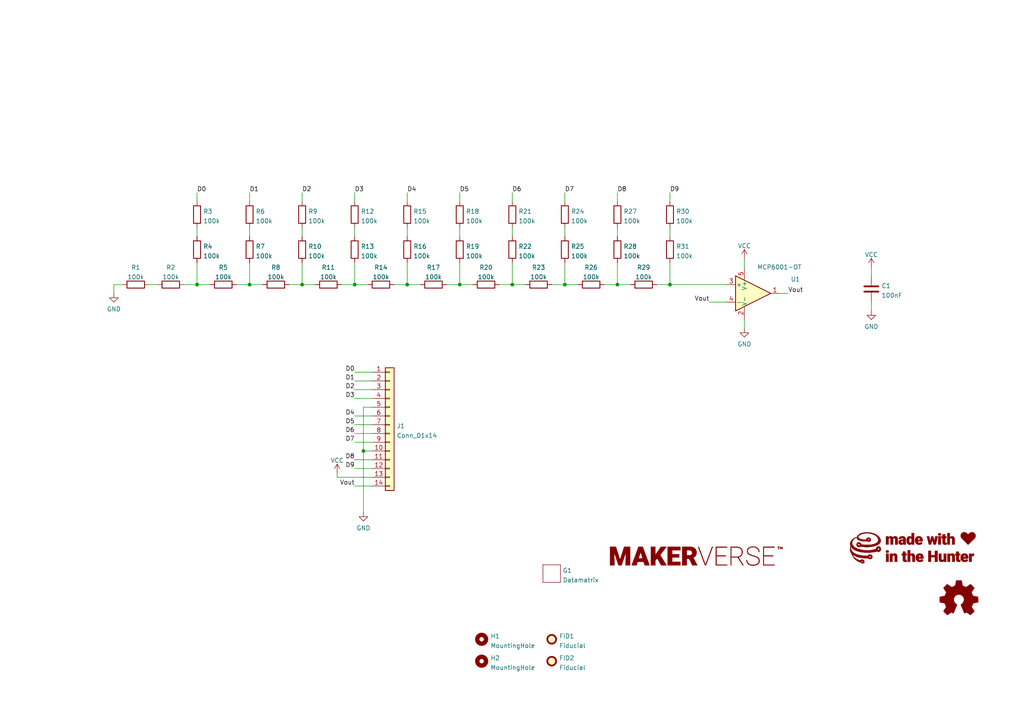
<source format=kicad_sch>
(kicad_sch (version 20211123) (generator eeschema)
  (paper "A4")
  (title_block (title "Makerverse R2R DAC 10 Bit") (date "2022-06-03") (rev "10") (comment 1 "Designed at Core Electronics by Brenton Schulz") (comment 2 "Makerverse and the makerverse logo are trademarks of Core Electronics Pty Ltd.") (comment 3 "License: CCASAv4.0 https://creativecommons.org/licenses/by-sa/4.0/"))
  (lib_symbols
    (symbol "Amplifier_Operational:MCP6001-OT" (pin_names (offset 0.127))
      (property "Reference" "U" (at -1.27 6.35 0))
      (property "Value" "MCP6001-OT" (at -1.27 3.81 0))
      (symbol "MCP6001-OT_0_1"
        (pin power_in line (at -2.54 -7.62 90) (length 3.81) (name "V-") (number "2"))
        (pin power_in line (at -2.54 7.62 270) (length 3.81) (name "V+") (number "5"))
      )
      (symbol "MCP6001-OT_1_1"
        (pin output line (at 7.62 0 180) (length 2.54) (name "~") (number "1"))
        (pin input line (at -7.62 2.54 0) (length 2.54) (name "+") (number "3"))
        (pin input line (at -7.62 -2.54 0) (length 2.54) (name "-") (number "4"))
      )
    )
    (symbol "Connector_Generic:Conn_01x14" (pin_names (offset 1.016) hide)
      (property "Reference" "J" (at 0 17.78 0))
      (property "Value" "Conn_01x14" (at 0 -20.32 0))
      (symbol "Conn_01x14_1_1"
        (pin passive line (at -5.08 15.24 0) (length 3.81) (name "Pin_1") (number "1"))
        (pin passive line (at -5.08 -7.62 0) (length 3.81) (name "Pin_10") (number "10"))
        (pin passive line (at -5.08 -10.16 0) (length 3.81) (name "Pin_11") (number "11"))
        (pin passive line (at -5.08 -12.7 0) (length 3.81) (name "Pin_12") (number "12"))
        (pin passive line (at -5.08 -15.24 0) (length 3.81) (name "Pin_13") (number "13"))
        (pin passive line (at -5.08 -17.78 0) (length 3.81) (name "Pin_14") (number "14"))
        (pin passive line (at -5.08 12.7 0) (length 3.81) (name "Pin_2") (number "2"))
        (pin passive line (at -5.08 10.16 0) (length 3.81) (name "Pin_3") (number "3"))
        (pin passive line (at -5.08 7.62 0) (length 3.81) (name "Pin_4") (number "4"))
        (pin passive line (at -5.08 5.08 0) (length 3.81) (name "Pin_5") (number "5"))
        (pin passive line (at -5.08 2.54 0) (length 3.81) (name "Pin_6") (number "6"))
        (pin passive line (at -5.08 0 0) (length 3.81) (name "Pin_7") (number "7"))
        (pin passive line (at -5.08 -2.54 0) (length 3.81) (name "Pin_8") (number "8"))
        (pin passive line (at -5.08 -5.08 0) (length 3.81) (name "Pin_9") (number "9"))
      )
    )
    (symbol "CoreElectronics_Artwork:LOGO_CoreElectronics_made-with-love" (pin_names (offset 1.016)))
    (symbol "CoreElectronics_Artwork:LOGO_Makerverse" (pin_names (offset 1.016)))
    (symbol "CoreElectronics_Artwork:Label_PCB_Art" (pin_names (offset 1.016))
      (property "Reference" "G" (at 0 0 0))
      (property "Value" "Label_PCB_Art" (at 0 0 0))
    )
    (symbol "Device:C" (pin_numbers hide) (pin_names (offset 0.254))
      (property "Reference" "C" (at 0.635 2.54 0))
      (property "Value" "C" (at 0.635 -2.54 0))
      (symbol "C_1_1"
        (pin passive line (at 0 3.81 270) (length 2.794) (name "~") (number "1"))
        (pin passive line (at 0 -3.81 90) (length 2.794) (name "~") (number "2"))
      )
    )
    (symbol "Device:R" (pin_numbers hide) (pin_names (offset 0))
      (property "Reference" "R" (at 2.032 0 90))
      (property "Value" "R" (at 0 0 90))
      (symbol "R_1_1"
        (pin passive line (at 0 3.81 270) (length 1.27) (name "~") (number "1"))
        (pin passive line (at 0 -3.81 90) (length 1.27) (name "~") (number "2"))
      )
    )
    (symbol "Graphic:Logo_Open_Hardware_Small" (pin_names (offset 1.016)))
    (symbol "Mechanical:Fiducial"
      (property "Reference" "FID" (at 0 5.08 0))
      (property "Value" "Fiducial" (at 0 3.175 0))
    )
    (symbol "Mechanical:MountingHole" (pin_names (offset 1.016))
      (property "Reference" "H" (at 0 5.08 0))
      (property "Value" "MountingHole" (at 0 3.175 0))
    )
    (symbol "power:GND" (power) (pin_names (offset 0))
      (property "Value" "GND" (at 0 -3.81 0))
      (symbol "GND_1_1"
        (pin power_in line (at 0 0 270) (length 0) hide (name "GND") (number "1"))
      )
    )
    (symbol "power:VCC" (power) (pin_names (offset 0))
      (property "Value" "VCC" (at 0 3.81 0))
      (symbol "VCC_1_1"
        (pin power_in line (at 0 0 90) (length 0) hide (name "VCC") (number "1"))
      )
    )
  )
  (junction (at 194.31 82.55))
  (junction (at 163.83 82.55))
  (junction (at 133.35 82.55))
  (junction (at 57.15 82.55))
  (junction (at 118.11 82.55))
  (junction (at 87.63 82.55))
  (junction (at 72.39 82.55))
  (junction (at 102.87 82.55))
  (junction (at 179.07 82.55))
  (junction (at 105.41 130.81))
  (junction (at 148.59 82.55))
  (wire (pts (xy 33.02 85.09) (xy 33.02 82.55)))
  (wire (pts (xy 148.59 76.2) (xy 148.59 82.55)))
  (wire (pts (xy 87.63 55.88) (xy 87.63 58.42)))
  (wire (pts (xy 102.87 125.73) (xy 107.95 125.73)))
  (wire (pts (xy 252.73 77.47) (xy 252.73 80.01)))
  (wire (pts (xy 102.87 107.95) (xy 107.95 107.95)))
  (wire (pts (xy 102.87 76.2) (xy 102.87 82.55)))
  (wire (pts (xy 107.95 118.11) (xy 105.41 118.11)))
  (wire (pts (xy 99.06 82.55) (xy 102.87 82.55)))
  (wire (pts (xy 163.83 82.55) (xy 167.64 82.55)))
  (wire (pts (xy 72.39 82.55) (xy 76.2 82.55)))
  (wire (pts (xy 215.9 92.71) (xy 215.9 95.25)))
  (wire (pts (xy 87.63 66.04) (xy 87.63 68.58)))
  (wire (pts (xy 163.83 66.04) (xy 163.83 68.58)))
  (wire (pts (xy 107.95 138.43) (xy 97.79 138.43)))
  (wire (pts (xy 83.82 82.55) (xy 87.63 82.55)))
  (wire (pts (xy 105.41 130.81) (xy 107.95 130.81)))
  (wire (pts (xy 105.41 130.81) (xy 105.41 148.59)))
  (wire (pts (xy 102.87 140.97) (xy 107.95 140.97)))
  (wire (pts (xy 133.35 66.04) (xy 133.35 68.58)))
  (wire (pts (xy 118.11 55.88) (xy 118.11 58.42)))
  (wire (pts (xy 148.59 82.55) (xy 152.4 82.55)))
  (wire (pts (xy 102.87 82.55) (xy 106.68 82.55)))
  (wire (pts (xy 102.87 55.88) (xy 102.87 58.42)))
  (wire (pts (xy 97.79 138.43) (xy 97.79 137.16)))
  (wire (pts (xy 144.78 82.55) (xy 148.59 82.55)))
  (wire (pts (xy 194.31 82.55) (xy 210.82 82.55)))
  (wire (pts (xy 68.58 82.55) (xy 72.39 82.55)))
  (wire (pts (xy 87.63 82.55) (xy 91.44 82.55)))
  (wire (pts (xy 57.15 66.04) (xy 57.15 68.58)))
  (wire (pts (xy 114.3 82.55) (xy 118.11 82.55)))
  (wire (pts (xy 57.15 76.2) (xy 57.15 82.55)))
  (wire (pts (xy 194.31 55.88) (xy 194.31 58.42)))
  (wire (pts (xy 102.87 128.27) (xy 107.95 128.27)))
  (wire (pts (xy 102.87 135.89) (xy 107.95 135.89)))
  (wire (pts (xy 194.31 76.2) (xy 194.31 82.55)))
  (wire (pts (xy 179.07 66.04) (xy 179.07 68.58)))
  (wire (pts (xy 179.07 82.55) (xy 182.88 82.55)))
  (wire (pts (xy 179.07 76.2) (xy 179.07 82.55)))
  (wire (pts (xy 105.41 118.11) (xy 105.41 130.81)))
  (wire (pts (xy 53.34 82.55) (xy 57.15 82.55)))
  (wire (pts (xy 57.15 55.88) (xy 57.15 58.42)))
  (wire (pts (xy 102.87 110.49) (xy 107.95 110.49)))
  (wire (pts (xy 133.35 55.88) (xy 133.35 58.42)))
  (wire (pts (xy 215.9 74.93) (xy 215.9 77.47)))
  (wire (pts (xy 118.11 66.04) (xy 118.11 68.58)))
  (wire (pts (xy 72.39 66.04) (xy 72.39 68.58)))
  (wire (pts (xy 102.87 115.57) (xy 107.95 115.57)))
  (wire (pts (xy 129.54 82.55) (xy 133.35 82.55)))
  (wire (pts (xy 190.5 82.55) (xy 194.31 82.55)))
  (wire (pts (xy 102.87 123.19) (xy 107.95 123.19)))
  (wire (pts (xy 163.83 76.2) (xy 163.83 82.55)))
  (wire (pts (xy 252.73 87.63) (xy 252.73 90.17)))
  (wire (pts (xy 43.18 82.55) (xy 45.72 82.55)))
  (wire (pts (xy 72.39 55.88) (xy 72.39 58.42)))
  (wire (pts (xy 102.87 113.03) (xy 107.95 113.03)))
  (wire (pts (xy 210.82 87.63) (xy 205.74 87.63)))
  (wire (pts (xy 87.63 76.2) (xy 87.63 82.55)))
  (wire (pts (xy 179.07 55.88) (xy 179.07 58.42)))
  (wire (pts (xy 133.35 76.2) (xy 133.35 82.55)))
  (wire (pts (xy 57.15 82.55) (xy 60.96 82.55)))
  (wire (pts (xy 102.87 120.65) (xy 107.95 120.65)))
  (wire (pts (xy 194.31 66.04) (xy 194.31 68.58)))
  (wire (pts (xy 160.02 82.55) (xy 163.83 82.55)))
  (wire (pts (xy 33.02 82.55) (xy 35.56 82.55)))
  (wire (pts (xy 118.11 76.2) (xy 118.11 82.55)))
  (wire (pts (xy 226.06 85.09) (xy 228.6 85.09)))
  (wire (pts (xy 133.35 82.55) (xy 137.16 82.55)))
  (wire (pts (xy 148.59 66.04) (xy 148.59 68.58)))
  (wire (pts (xy 118.11 82.55) (xy 121.92 82.55)))
  (wire (pts (xy 102.87 133.35) (xy 107.95 133.35)))
  (wire (pts (xy 148.59 55.88) (xy 148.59 58.42)))
  (wire (pts (xy 163.83 55.88) (xy 163.83 58.42)))
  (wire (pts (xy 175.26 82.55) (xy 179.07 82.55)))
  (wire (pts (xy 72.39 76.2) (xy 72.39 82.55)))
  (wire (pts (xy 102.87 66.04) (xy 102.87 68.58)))
  (label "D1" (at 72.39 55.88 0))
  (label "Vout" (at 228.6 85.09 0))
  (label "D0" (at 57.15 55.88 0))
  (label "D9" (at 194.31 55.88 0))
  (label "D0" (at 102.87 107.95 180))
  (label "D7" (at 102.87 128.27 180))
  (label "Vout" (at 205.74 87.63 180))
  (label "D2" (at 102.87 113.03 180))
  (label "D4" (at 102.87 120.65 180))
  (label "D9" (at 102.87 135.89 180))
  (label "Vout" (at 102.87 140.97 180))
  (label "D5" (at 102.87 123.19 180))
  (label "D7" (at 163.83 55.88 0))
  (label "D4" (at 118.11 55.88 0))
  (label "D6" (at 148.59 55.88 0))
  (label "D3" (at 102.87 55.88 0))
  (label "D2" (at 87.63 55.88 0))
  (label "D6" (at 102.87 125.73 180))
  (label "D5" (at 133.35 55.88 0))
  (label "D1" (at 102.87 110.49 180))
  (label "D8" (at 102.87 133.35 180))
  (label "D3" (at 102.87 115.57 180))
  (label "D8" (at 179.07 55.88 0))
  (symbol (lib_id "power:GND") (at 215.9 95.25 0) (unit 1)
    (property "Reference" "#PWR0104" (effects hide))
    (property "Value" "GND" (at 215.9 99.8125 0))
  )
  (symbol (lib_id "Device:R") (at 171.45 82.55 90) (unit 1)
    (property "Reference" "R26" (at 171.45 77.5675 90))
    (property "Value" "100k" (at 171.45 80.3426 90))
    (property "Footprint" "Resistor_SMD:R_0603_1608Metric" (effects hide))
  )
  (symbol (lib_id "Device:R") (at 72.39 62.23 180) (unit 1)
    (property "Reference" "R6" (at 74.168 61.3215 0) (effects (justify right)))
    (property "Value" "100k" (at 74.168 64.0966 0) (effects (justify right)))
    (property "Footprint" "Resistor_SMD:R_0603_1608Metric" (effects hide))
  )
  (symbol (lib_id "Device:R") (at 39.37 82.55 90) (unit 1)
    (property "Reference" "R1" (at 39.37 77.5675 90))
    (property "Value" "100k" (at 39.37 80.3426 90))
    (property "Footprint" "Resistor_SMD:R_0603_1608Metric" (effects hide))
  )
  (symbol (lib_id "Device:R") (at 194.31 72.39 180) (unit 1)
    (property "Reference" "R31" (at 196.088 71.4815 0) (effects (justify right)))
    (property "Value" "100k" (at 196.088 74.2566 0) (effects (justify right)))
    (property "Footprint" "Resistor_SMD:R_0603_1608Metric" (effects hide))
  )
  (symbol (lib_id "Device:R") (at 194.31 62.23 180) (unit 1)
    (property "Reference" "R30" (at 196.088 61.3215 0) (effects (justify right)))
    (property "Value" "100k" (at 196.088 64.0966 0) (effects (justify right)))
    (property "Footprint" "Resistor_SMD:R_0603_1608Metric" (effects hide))
  )
  (symbol (lib_id "Device:R") (at 110.49 82.55 90) (unit 1)
    (property "Reference" "R14" (at 110.49 77.5675 90))
    (property "Value" "100k" (at 110.49 80.3426 90))
    (property "Footprint" "Resistor_SMD:R_0603_1608Metric" (effects hide))
  )
  (symbol (lib_id "Device:R") (at 49.53 82.55 90) (unit 1)
    (property "Reference" "R2" (at 49.53 77.5675 90))
    (property "Value" "100k" (at 49.53 80.3426 90))
    (property "Footprint" "Resistor_SMD:R_0603_1608Metric" (effects hide))
  )
  (symbol (lib_id "Device:R") (at 163.83 62.23 180) (unit 1)
    (property "Reference" "R24" (at 165.608 61.3215 0) (effects (justify right)))
    (property "Value" "100k" (at 165.608 64.0966 0) (effects (justify right)))
    (property "Footprint" "Resistor_SMD:R_0603_1608Metric" (effects hide))
  )
  (symbol (lib_id "Device:R") (at 118.11 72.39 180) (unit 1)
    (property "Reference" "R16" (at 119.888 71.4815 0) (effects (justify right)))
    (property "Value" "100k" (at 119.888 74.2566 0) (effects (justify right)))
    (property "Footprint" "Resistor_SMD:R_0603_1608Metric" (effects hide))
  )
  (symbol (lib_id "power:VCC") (at 97.79 137.16 0) (unit 1)
    (property "Reference" "#PWR0102" (effects hide))
    (property "Value" "VCC" (at 97.79 133.5555 0))
  )
  (symbol (lib_id "Device:R") (at 179.07 62.23 180) (unit 1)
    (property "Reference" "R27" (at 180.848 61.3215 0) (effects (justify right)))
    (property "Value" "100k" (at 180.848 64.0966 0) (effects (justify right)))
    (property "Footprint" "Resistor_SMD:R_0603_1608Metric" (effects hide))
  )
  (symbol (lib_id "Device:R") (at 102.87 62.23 180) (unit 1)
    (property "Reference" "R12" (at 104.648 61.3215 0) (effects (justify right)))
    (property "Value" "100k" (at 104.648 64.0966 0) (effects (justify right)))
    (property "Footprint" "Resistor_SMD:R_0603_1608Metric" (effects hide))
  )
  (symbol (lib_id "Device:R") (at 133.35 62.23 180) (unit 1)
    (property "Reference" "R18" (at 135.128 61.3215 0) (effects (justify right)))
    (property "Value" "100k" (at 135.128 64.0966 0) (effects (justify right)))
    (property "Footprint" "Resistor_SMD:R_0603_1608Metric" (effects hide))
  )
  (symbol (lib_id "Mechanical:MountingHole") (at 139.7 191.77 0) (unit 1)
    (property "Reference" "H2" (at 142.24 190.8615 0) (effects (justify left)))
    (property "Value" "MountingHole" (at 142.24 193.6366 0) (effects (justify left)))
    (property "Footprint" "MountingHole:MountingHole_3.2mm_M3" (effects hide))
  )
  (symbol (lib_id "Mechanical:Fiducial") (at 160.02 191.77 0) (unit 1)
    (property "Reference" "FID2" (at 162.179 190.8615 0) (effects (justify left)))
    (property "Value" "Fiducial" (at 162.179 193.6366 0) (effects (justify left)))
    (property "Footprint" "Fiducial:Fiducial_1mm_Mask2mm" (effects hide))
  )
  (symbol (lib_id "Device:R") (at 72.39 72.39 180) (unit 1)
    (property "Reference" "R7" (at 74.168 71.4815 0) (effects (justify right)))
    (property "Value" "100k" (at 74.168 74.2566 0) (effects (justify right)))
    (property "Footprint" "Resistor_SMD:R_0603_1608Metric" (effects hide))
  )
  (symbol (lib_id "Device:R") (at 148.59 72.39 180) (unit 1)
    (property "Reference" "R22" (at 150.368 71.4815 0) (effects (justify right)))
    (property "Value" "100k" (at 150.368 74.2566 0) (effects (justify right)))
    (property "Footprint" "Resistor_SMD:R_0603_1608Metric" (effects hide))
  )
  (symbol (lib_id "Mechanical:Fiducial") (at 160.02 185.42 0) (unit 1)
    (property "Reference" "FID1" (at 162.179 184.5115 0) (effects (justify left)))
    (property "Value" "Fiducial" (at 162.179 187.2866 0) (effects (justify left)))
    (property "Footprint" "Fiducial:Fiducial_1mm_Mask2mm" (effects hide))
  )
  (symbol (lib_id "Device:R") (at 156.21 82.55 90) (unit 1)
    (property "Reference" "R23" (at 156.21 77.5675 90))
    (property "Value" "100k" (at 156.21 80.3426 90))
    (property "Footprint" "Resistor_SMD:R_0603_1608Metric" (effects hide))
  )
  (symbol (lib_id "Amplifier_Operational:MCP6001-OT") (at 218.44 85.09 0) (unit 1)
    (property "Reference" "U1" (at 230.7114 80.9965 0))
    (property "Value" "MCP6001-OT" (at 226.06 77.47 0))
    (property "Footprint" "Package_TO_SOT_SMD:SOT-23-5" (effects hide))
    (property "Datasheet" "http://ww1.microchip.com/downloads/en/DeviceDoc/21733j.pdf" (effects hide))
  )
  (symbol (lib_id "Device:R") (at 80.01 82.55 90) (unit 1)
    (property "Reference" "R8" (at 80.01 77.5675 90))
    (property "Value" "100k" (at 80.01 80.3426 90))
    (property "Footprint" "Resistor_SMD:R_0603_1608Metric" (effects hide))
  )
  (symbol (lib_id "power:GND") (at 252.73 90.17 0) (unit 1)
    (property "Reference" "#PWR0105" (effects hide))
    (property "Value" "GND" (at 252.73 94.7325 0))
  )
  (symbol (lib_id "Mechanical:MountingHole") (at 139.7 185.42 0) (unit 1)
    (property "Reference" "H1" (at 142.24 184.5115 0) (effects (justify left)))
    (property "Value" "MountingHole" (at 142.24 187.2866 0) (effects (justify left)))
    (property "Footprint" "MountingHole:MountingHole_3.2mm_M3" (effects hide))
  )
  (symbol (lib_id "Device:R") (at 57.15 72.39 180) (unit 1)
    (property "Reference" "R4" (at 58.928 71.4815 0) (effects (justify right)))
    (property "Value" "100k" (at 58.928 74.2566 0) (effects (justify right)))
    (property "Footprint" "Resistor_SMD:R_0603_1608Metric" (effects hide))
  )
  (symbol (lib_id "Device:R") (at 186.69 82.55 90) (unit 1)
    (property "Reference" "R29" (at 186.69 77.5675 90))
    (property "Value" "100k" (at 186.69 80.3426 90))
    (property "Footprint" "Resistor_SMD:R_0603_1608Metric" (effects hide))
  )
  (symbol (lib_id "power:GND") (at 105.41 148.59 0) (unit 1)
    (property "Reference" "#PWR0101" (effects hide))
    (property "Value" "GND" (at 105.41 153.1525 0))
  )
  (symbol (lib_id "Device:R") (at 95.25 82.55 90) (unit 1)
    (property "Reference" "R11" (at 95.25 77.5675 90))
    (property "Value" "100k" (at 95.25 80.3426 90))
    (property "Footprint" "Resistor_SMD:R_0603_1608Metric" (effects hide))
  )
  (symbol (lib_id "Device:R") (at 125.73 82.55 90) (unit 1)
    (property "Reference" "R17" (at 125.73 77.5675 90))
    (property "Value" "100k" (at 125.73 80.3426 90))
    (property "Footprint" "Resistor_SMD:R_0603_1608Metric" (effects hide))
  )
  (symbol (lib_id "power:VCC") (at 252.73 77.47 0) (unit 1)
    (property "Reference" "#PWR0106" (effects hide))
    (property "Value" "VCC" (at 252.73 73.8655 0))
  )
  (symbol (lib_id "Device:C") (at 252.73 83.82 0) (unit 1)
    (property "Reference" "C1" (at 255.651 82.9115 0) (effects (justify left)))
    (property "Value" "100nF" (at 255.651 85.6866 0) (effects (justify left)))
    (property "Footprint" "Capacitor_SMD:C_0402_1005Metric" (effects hide))
  )
  (symbol (lib_id "Graphic:Logo_Open_Hardware_Small") (at 278.13 173.99 0) (unit 1)
    (property "Reference" "#LOGO?" (effects hide))
    (property "Value" "Logo_Open_Hardware_Small" (effects hide))
  )
  (symbol (lib_id "Device:R") (at 163.83 72.39 180) (unit 1)
    (property "Reference" "R25" (at 165.608 71.4815 0) (effects (justify right)))
    (property "Value" "100k" (at 165.608 74.2566 0) (effects (justify right)))
    (property "Footprint" "Resistor_SMD:R_0603_1608Metric" (effects hide))
  )
  (symbol (lib_id "Device:R") (at 87.63 62.23 180) (unit 1)
    (property "Reference" "R9" (at 89.408 61.3215 0) (effects (justify right)))
    (property "Value" "100k" (at 89.408 64.0966 0) (effects (justify right)))
    (property "Footprint" "Resistor_SMD:R_0603_1608Metric" (effects hide))
  )
  (symbol (lib_id "Connector_Generic:Conn_01x14") (at 113.03 123.19 0) (unit 1)
    (property "Reference" "J1" (at 115.062 123.5515 0) (effects (justify left)))
    (property "Value" "Conn_01x14" (at 115.062 126.3266 0) (effects (justify left)))
    (property "Footprint" "Connector_PinHeader_2.54mm:PinHeader_1x14_P2.54mm_Vertical" (effects hide))
  )
  (symbol (lib_id "CoreElectronics_Artwork:LOGO_Makerverse") (at 201.93 161.29 0) (unit 1)
    (property "Reference" "G2" (effects hide))
    (property "Value" "LOGO_Makerverse" (effects hide))
    (property "Footprint" "CoreElectronics_Artwork:makerverse_logo_short_14.0x2.4mm" (effects hide))
  )
  (symbol (lib_id "power:GND") (at 33.02 85.09 0) (unit 1)
    (property "Reference" "#PWR0107" (effects hide))
    (property "Value" "GND" (at 33.02 89.6525 0))
  )
  (symbol (lib_id "Device:R") (at 57.15 62.23 180) (unit 1)
    (property "Reference" "R3" (at 58.928 61.3215 0) (effects (justify right)))
    (property "Value" "100k" (at 58.928 64.0966 0) (effects (justify right)))
    (property "Footprint" "Resistor_SMD:R_0603_1608Metric" (effects hide))
  )
  (symbol (lib_id "Device:R") (at 148.59 62.23 180) (unit 1)
    (property "Reference" "R21" (at 150.368 61.3215 0) (effects (justify right)))
    (property "Value" "100k" (at 150.368 64.0966 0) (effects (justify right)))
    (property "Footprint" "Resistor_SMD:R_0603_1608Metric" (effects hide))
  )
  (symbol (lib_id "Device:R") (at 179.07 72.39 180) (unit 1)
    (property "Reference" "R28" (at 180.848 71.4815 0) (effects (justify right)))
    (property "Value" "100k" (at 180.848 74.2566 0) (effects (justify right)))
    (property "Footprint" "Resistor_SMD:R_0603_1608Metric" (effects hide))
  )
  (symbol (lib_id "CoreElectronics_Artwork:Label_PCB_Art") (at 160.02 166.37 0) (unit 1)
    (property "Reference" "G1" (at 163.195 165.4615 0) (effects (justify left)))
    (property "Value" "Datamatrix" (at 163.195 168.2366 0) (effects (justify left)))
    (property "Footprint" "Library:CE08391" (effects hide))
  )
  (symbol (lib_id "Device:R") (at 140.97 82.55 90) (unit 1)
    (property "Reference" "R20" (at 140.97 77.5675 90))
    (property "Value" "100k" (at 140.97 80.3426 90))
    (property "Footprint" "Resistor_SMD:R_0603_1608Metric" (effects hide))
  )
  (symbol (lib_id "CoreElectronics_Artwork:LOGO_CoreElectronics_made-with-love") (at 265.43 158.75 0) (unit 1)
    (property "Reference" "#G?" (effects hide))
    (property "Value" "LOGO_CoreElectronics_made-with-love" (effects hide))
  )
  (symbol (lib_id "Device:R") (at 64.77 82.55 90) (unit 1)
    (property "Reference" "R5" (at 64.77 77.5675 90))
    (property "Value" "100k" (at 64.77 80.3426 90))
    (property "Footprint" "Resistor_SMD:R_0603_1608Metric" (effects hide))
  )
  (symbol (lib_id "power:VCC") (at 215.9 74.93 0) (unit 1)
    (property "Reference" "#PWR0103" (effects hide))
    (property "Value" "VCC" (at 215.9 71.3255 0))
  )
  (symbol (lib_id "Device:R") (at 87.63 72.39 180) (unit 1)
    (property "Reference" "R10" (at 89.408 71.4815 0) (effects (justify right)))
    (property "Value" "100k" (at 89.408 74.2566 0) (effects (justify right)))
    (property "Footprint" "Resistor_SMD:R_0603_1608Metric" (effects hide))
  )
  (symbol (lib_id "Device:R") (at 118.11 62.23 180) (unit 1)
    (property "Reference" "R15" (at 119.888 61.3215 0) (effects (justify right)))
    (property "Value" "100k" (at 119.888 64.0966 0) (effects (justify right)))
    (property "Footprint" "Resistor_SMD:R_0603_1608Metric" (effects hide))
  )
  (symbol (lib_id "Device:R") (at 133.35 72.39 180) (unit 1)
    (property "Reference" "R19" (at 135.128 71.4815 0) (effects (justify right)))
    (property "Value" "100k" (at 135.128 74.2566 0) (effects (justify right)))
    (property "Footprint" "Resistor_SMD:R_0603_1608Metric" (effects hide))
  )
  (symbol (lib_id "Device:R") (at 102.87 72.39 180) (unit 1)
    (property "Reference" "R13" (at 104.648 71.4815 0) (effects (justify right)))
    (property "Value" "100k" (at 104.648 74.2566 0) (effects (justify right)))
    (property "Footprint" "Resistor_SMD:R_0603_1608Metric" (effects hide))
  )
)
</source>
